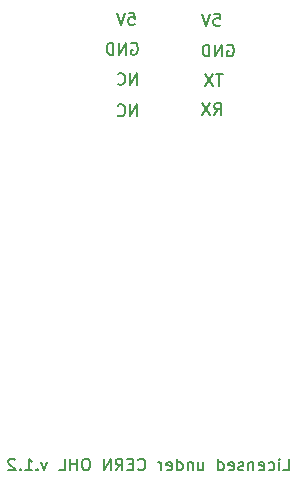
<source format=gbo>
G04 #@! TF.GenerationSoftware,KiCad,Pcbnew,5.0.2-bee76a0~70~ubuntu18.04.1*
G04 #@! TF.CreationDate,2019-01-25T21:39:14+09:00*
G04 #@! TF.ProjectId,MRR_ESP_3DP,4d52525f-4553-4505-9f33-44502e6b6963,rev?*
G04 #@! TF.SameCoordinates,Original*
G04 #@! TF.FileFunction,Legend,Bot*
G04 #@! TF.FilePolarity,Positive*
%FSLAX46Y46*%
G04 Gerber Fmt 4.6, Leading zero omitted, Abs format (unit mm)*
G04 Created by KiCad (PCBNEW 5.0.2-bee76a0~70~ubuntu18.04.1) date Fri 25 Jan 2019 09:39:14 PM JST*
%MOMM*%
%LPD*%
G01*
G04 APERTURE LIST*
%ADD10C,0.200000*%
G04 APERTURE END LIST*
D10*
X97655952Y-99902380D02*
X98132142Y-99902380D01*
X98132142Y-98902380D01*
X97322619Y-99902380D02*
X97322619Y-99235714D01*
X97322619Y-98902380D02*
X97370238Y-98950000D01*
X97322619Y-98997619D01*
X97275000Y-98950000D01*
X97322619Y-98902380D01*
X97322619Y-98997619D01*
X96417857Y-99854761D02*
X96513095Y-99902380D01*
X96703571Y-99902380D01*
X96798809Y-99854761D01*
X96846428Y-99807142D01*
X96894047Y-99711904D01*
X96894047Y-99426190D01*
X96846428Y-99330952D01*
X96798809Y-99283333D01*
X96703571Y-99235714D01*
X96513095Y-99235714D01*
X96417857Y-99283333D01*
X95608333Y-99854761D02*
X95703571Y-99902380D01*
X95894047Y-99902380D01*
X95989285Y-99854761D01*
X96036904Y-99759523D01*
X96036904Y-99378571D01*
X95989285Y-99283333D01*
X95894047Y-99235714D01*
X95703571Y-99235714D01*
X95608333Y-99283333D01*
X95560714Y-99378571D01*
X95560714Y-99473809D01*
X96036904Y-99569047D01*
X95132142Y-99235714D02*
X95132142Y-99902380D01*
X95132142Y-99330952D02*
X95084523Y-99283333D01*
X94989285Y-99235714D01*
X94846428Y-99235714D01*
X94751190Y-99283333D01*
X94703571Y-99378571D01*
X94703571Y-99902380D01*
X94275000Y-99854761D02*
X94179761Y-99902380D01*
X93989285Y-99902380D01*
X93894047Y-99854761D01*
X93846428Y-99759523D01*
X93846428Y-99711904D01*
X93894047Y-99616666D01*
X93989285Y-99569047D01*
X94132142Y-99569047D01*
X94227380Y-99521428D01*
X94275000Y-99426190D01*
X94275000Y-99378571D01*
X94227380Y-99283333D01*
X94132142Y-99235714D01*
X93989285Y-99235714D01*
X93894047Y-99283333D01*
X93036904Y-99854761D02*
X93132142Y-99902380D01*
X93322619Y-99902380D01*
X93417857Y-99854761D01*
X93465476Y-99759523D01*
X93465476Y-99378571D01*
X93417857Y-99283333D01*
X93322619Y-99235714D01*
X93132142Y-99235714D01*
X93036904Y-99283333D01*
X92989285Y-99378571D01*
X92989285Y-99473809D01*
X93465476Y-99569047D01*
X92132142Y-99902380D02*
X92132142Y-98902380D01*
X92132142Y-99854761D02*
X92227380Y-99902380D01*
X92417857Y-99902380D01*
X92513095Y-99854761D01*
X92560714Y-99807142D01*
X92608333Y-99711904D01*
X92608333Y-99426190D01*
X92560714Y-99330952D01*
X92513095Y-99283333D01*
X92417857Y-99235714D01*
X92227380Y-99235714D01*
X92132142Y-99283333D01*
X90465476Y-99235714D02*
X90465476Y-99902380D01*
X90894047Y-99235714D02*
X90894047Y-99759523D01*
X90846428Y-99854761D01*
X90751190Y-99902380D01*
X90608333Y-99902380D01*
X90513095Y-99854761D01*
X90465476Y-99807142D01*
X89989285Y-99235714D02*
X89989285Y-99902380D01*
X89989285Y-99330952D02*
X89941666Y-99283333D01*
X89846428Y-99235714D01*
X89703571Y-99235714D01*
X89608333Y-99283333D01*
X89560714Y-99378571D01*
X89560714Y-99902380D01*
X88655952Y-99902380D02*
X88655952Y-98902380D01*
X88655952Y-99854761D02*
X88751190Y-99902380D01*
X88941666Y-99902380D01*
X89036904Y-99854761D01*
X89084523Y-99807142D01*
X89132142Y-99711904D01*
X89132142Y-99426190D01*
X89084523Y-99330952D01*
X89036904Y-99283333D01*
X88941666Y-99235714D01*
X88751190Y-99235714D01*
X88655952Y-99283333D01*
X87798809Y-99854761D02*
X87894047Y-99902380D01*
X88084523Y-99902380D01*
X88179761Y-99854761D01*
X88227380Y-99759523D01*
X88227380Y-99378571D01*
X88179761Y-99283333D01*
X88084523Y-99235714D01*
X87894047Y-99235714D01*
X87798809Y-99283333D01*
X87751190Y-99378571D01*
X87751190Y-99473809D01*
X88227380Y-99569047D01*
X87322619Y-99902380D02*
X87322619Y-99235714D01*
X87322619Y-99426190D02*
X87275000Y-99330952D01*
X87227380Y-99283333D01*
X87132142Y-99235714D01*
X87036904Y-99235714D01*
X85370238Y-99807142D02*
X85417857Y-99854761D01*
X85560714Y-99902380D01*
X85655952Y-99902380D01*
X85798809Y-99854761D01*
X85894047Y-99759523D01*
X85941666Y-99664285D01*
X85989285Y-99473809D01*
X85989285Y-99330952D01*
X85941666Y-99140476D01*
X85894047Y-99045238D01*
X85798809Y-98950000D01*
X85655952Y-98902380D01*
X85560714Y-98902380D01*
X85417857Y-98950000D01*
X85370238Y-98997619D01*
X84941666Y-99378571D02*
X84608333Y-99378571D01*
X84465476Y-99902380D02*
X84941666Y-99902380D01*
X84941666Y-98902380D01*
X84465476Y-98902380D01*
X83465476Y-99902380D02*
X83798809Y-99426190D01*
X84036904Y-99902380D02*
X84036904Y-98902380D01*
X83655952Y-98902380D01*
X83560714Y-98950000D01*
X83513095Y-98997619D01*
X83465476Y-99092857D01*
X83465476Y-99235714D01*
X83513095Y-99330952D01*
X83560714Y-99378571D01*
X83655952Y-99426190D01*
X84036904Y-99426190D01*
X83036904Y-99902380D02*
X83036904Y-98902380D01*
X82465476Y-99902380D01*
X82465476Y-98902380D01*
X81036904Y-98902380D02*
X80846428Y-98902380D01*
X80751190Y-98950000D01*
X80655952Y-99045238D01*
X80608333Y-99235714D01*
X80608333Y-99569047D01*
X80655952Y-99759523D01*
X80751190Y-99854761D01*
X80846428Y-99902380D01*
X81036904Y-99902380D01*
X81132142Y-99854761D01*
X81227380Y-99759523D01*
X81275000Y-99569047D01*
X81275000Y-99235714D01*
X81227380Y-99045238D01*
X81132142Y-98950000D01*
X81036904Y-98902380D01*
X80179761Y-99902380D02*
X80179761Y-98902380D01*
X80179761Y-99378571D02*
X79608333Y-99378571D01*
X79608333Y-99902380D02*
X79608333Y-98902380D01*
X78655952Y-99902380D02*
X79132142Y-99902380D01*
X79132142Y-98902380D01*
X77655952Y-99235714D02*
X77417857Y-99902380D01*
X77179761Y-99235714D01*
X76798809Y-99807142D02*
X76751190Y-99854761D01*
X76798809Y-99902380D01*
X76846428Y-99854761D01*
X76798809Y-99807142D01*
X76798809Y-99902380D01*
X75798809Y-99902380D02*
X76370238Y-99902380D01*
X76084523Y-99902380D02*
X76084523Y-98902380D01*
X76179761Y-99045238D01*
X76275000Y-99140476D01*
X76370238Y-99188095D01*
X75370238Y-99807142D02*
X75322619Y-99854761D01*
X75370238Y-99902380D01*
X75417857Y-99854761D01*
X75370238Y-99807142D01*
X75370238Y-99902380D01*
X74941666Y-98997619D02*
X74894047Y-98950000D01*
X74798809Y-98902380D01*
X74560714Y-98902380D01*
X74465476Y-98950000D01*
X74417857Y-98997619D01*
X74370238Y-99092857D01*
X74370238Y-99188095D01*
X74417857Y-99330952D01*
X74989285Y-99902380D01*
X74370238Y-99902380D01*
X91791666Y-69827380D02*
X92125000Y-69351190D01*
X92363095Y-69827380D02*
X92363095Y-68827380D01*
X91982142Y-68827380D01*
X91886904Y-68875000D01*
X91839285Y-68922619D01*
X91791666Y-69017857D01*
X91791666Y-69160714D01*
X91839285Y-69255952D01*
X91886904Y-69303571D01*
X91982142Y-69351190D01*
X92363095Y-69351190D01*
X91458333Y-68827380D02*
X90791666Y-69827380D01*
X90791666Y-68827380D02*
X91458333Y-69827380D01*
X92511904Y-66327380D02*
X91940476Y-66327380D01*
X92226190Y-67327380D02*
X92226190Y-66327380D01*
X91702380Y-66327380D02*
X91035714Y-67327380D01*
X91035714Y-66327380D02*
X91702380Y-67327380D01*
X85260714Y-69927380D02*
X85260714Y-68927380D01*
X84689285Y-69927380D01*
X84689285Y-68927380D01*
X83641666Y-69832142D02*
X83689285Y-69879761D01*
X83832142Y-69927380D01*
X83927380Y-69927380D01*
X84070238Y-69879761D01*
X84165476Y-69784523D01*
X84213095Y-69689285D01*
X84260714Y-69498809D01*
X84260714Y-69355952D01*
X84213095Y-69165476D01*
X84165476Y-69070238D01*
X84070238Y-68975000D01*
X83927380Y-68927380D01*
X83832142Y-68927380D01*
X83689285Y-68975000D01*
X83641666Y-69022619D01*
X85260714Y-67277380D02*
X85260714Y-66277380D01*
X84689285Y-67277380D01*
X84689285Y-66277380D01*
X83641666Y-67182142D02*
X83689285Y-67229761D01*
X83832142Y-67277380D01*
X83927380Y-67277380D01*
X84070238Y-67229761D01*
X84165476Y-67134523D01*
X84213095Y-67039285D01*
X84260714Y-66848809D01*
X84260714Y-66705952D01*
X84213095Y-66515476D01*
X84165476Y-66420238D01*
X84070238Y-66325000D01*
X83927380Y-66277380D01*
X83832142Y-66277380D01*
X83689285Y-66325000D01*
X83641666Y-66372619D01*
X84786904Y-63750000D02*
X84882142Y-63702380D01*
X85025000Y-63702380D01*
X85167857Y-63750000D01*
X85263095Y-63845238D01*
X85310714Y-63940476D01*
X85358333Y-64130952D01*
X85358333Y-64273809D01*
X85310714Y-64464285D01*
X85263095Y-64559523D01*
X85167857Y-64654761D01*
X85025000Y-64702380D01*
X84929761Y-64702380D01*
X84786904Y-64654761D01*
X84739285Y-64607142D01*
X84739285Y-64273809D01*
X84929761Y-64273809D01*
X84310714Y-64702380D02*
X84310714Y-63702380D01*
X83739285Y-64702380D01*
X83739285Y-63702380D01*
X83263095Y-64702380D02*
X83263095Y-63702380D01*
X83025000Y-63702380D01*
X82882142Y-63750000D01*
X82786904Y-63845238D01*
X82739285Y-63940476D01*
X82691666Y-64130952D01*
X82691666Y-64273809D01*
X82739285Y-64464285D01*
X82786904Y-64559523D01*
X82882142Y-64654761D01*
X83025000Y-64702380D01*
X83263095Y-64702380D01*
X92911904Y-63900000D02*
X93007142Y-63852380D01*
X93150000Y-63852380D01*
X93292857Y-63900000D01*
X93388095Y-63995238D01*
X93435714Y-64090476D01*
X93483333Y-64280952D01*
X93483333Y-64423809D01*
X93435714Y-64614285D01*
X93388095Y-64709523D01*
X93292857Y-64804761D01*
X93150000Y-64852380D01*
X93054761Y-64852380D01*
X92911904Y-64804761D01*
X92864285Y-64757142D01*
X92864285Y-64423809D01*
X93054761Y-64423809D01*
X92435714Y-64852380D02*
X92435714Y-63852380D01*
X91864285Y-64852380D01*
X91864285Y-63852380D01*
X91388095Y-64852380D02*
X91388095Y-63852380D01*
X91150000Y-63852380D01*
X91007142Y-63900000D01*
X90911904Y-63995238D01*
X90864285Y-64090476D01*
X90816666Y-64280952D01*
X90816666Y-64423809D01*
X90864285Y-64614285D01*
X90911904Y-64709523D01*
X91007142Y-64804761D01*
X91150000Y-64852380D01*
X91388095Y-64852380D01*
X91790476Y-61252380D02*
X92266666Y-61252380D01*
X92314285Y-61728571D01*
X92266666Y-61680952D01*
X92171428Y-61633333D01*
X91933333Y-61633333D01*
X91838095Y-61680952D01*
X91790476Y-61728571D01*
X91742857Y-61823809D01*
X91742857Y-62061904D01*
X91790476Y-62157142D01*
X91838095Y-62204761D01*
X91933333Y-62252380D01*
X92171428Y-62252380D01*
X92266666Y-62204761D01*
X92314285Y-62157142D01*
X91457142Y-61252380D02*
X91123809Y-62252380D01*
X90790476Y-61252380D01*
X84565476Y-61177380D02*
X85041666Y-61177380D01*
X85089285Y-61653571D01*
X85041666Y-61605952D01*
X84946428Y-61558333D01*
X84708333Y-61558333D01*
X84613095Y-61605952D01*
X84565476Y-61653571D01*
X84517857Y-61748809D01*
X84517857Y-61986904D01*
X84565476Y-62082142D01*
X84613095Y-62129761D01*
X84708333Y-62177380D01*
X84946428Y-62177380D01*
X85041666Y-62129761D01*
X85089285Y-62082142D01*
X84232142Y-61177380D02*
X83898809Y-62177380D01*
X83565476Y-61177380D01*
M02*

</source>
